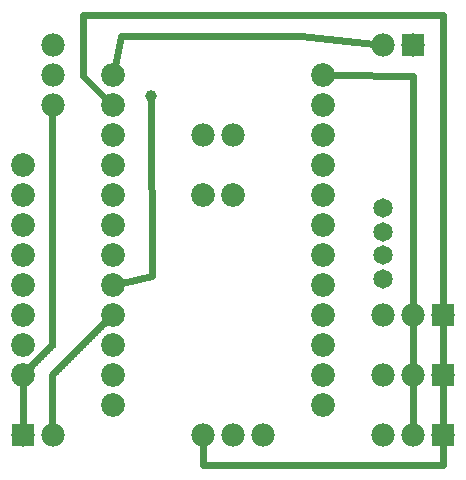
<source format=gbl>
G04 MADE WITH FRITZING*
G04 WWW.FRITZING.ORG*
G04 DOUBLE SIDED*
G04 HOLES PLATED*
G04 CONTOUR ON CENTER OF CONTOUR VECTOR*
%ASAXBY*%
%FSLAX23Y23*%
%MOIN*%
%OFA0B0*%
%SFA1.0B1.0*%
%ADD10C,0.079370*%
%ADD11C,0.078000*%
%ADD12C,0.065000*%
%ADD13C,0.039370*%
%ADD14R,0.078000X0.078000*%
%ADD15C,0.024000*%
%ADD16R,0.001000X0.001000*%
%LNCOPPER0*%
G90*
G70*
G54D10*
X411Y1337D03*
X411Y1237D03*
X411Y1137D03*
X411Y1037D03*
X411Y937D03*
X411Y837D03*
X411Y737D03*
X411Y637D03*
X411Y537D03*
X411Y437D03*
X411Y337D03*
X411Y237D03*
X1111Y1337D03*
X1111Y1237D03*
X1111Y1137D03*
X1111Y1037D03*
X1111Y937D03*
X1111Y837D03*
X1111Y737D03*
X1111Y637D03*
X1111Y537D03*
X1111Y437D03*
X1111Y337D03*
X1111Y237D03*
G54D11*
X111Y137D03*
X211Y137D03*
X211Y1237D03*
X211Y1337D03*
X211Y1437D03*
G54D10*
X111Y337D03*
X111Y437D03*
X111Y537D03*
X111Y637D03*
X111Y737D03*
X111Y837D03*
X111Y937D03*
X111Y1037D03*
G54D11*
X1511Y137D03*
X1411Y137D03*
X1311Y137D03*
X1511Y337D03*
X1411Y337D03*
X1311Y337D03*
X1511Y537D03*
X1411Y537D03*
X1311Y537D03*
X711Y137D03*
X811Y137D03*
X911Y137D03*
G54D12*
X1311Y658D03*
X1311Y737D03*
X1311Y816D03*
X1311Y894D03*
G54D11*
X711Y1137D03*
X811Y1137D03*
X711Y1137D03*
X811Y1137D03*
G54D10*
X711Y937D03*
X811Y937D03*
X711Y937D03*
X811Y937D03*
G54D11*
X1411Y1437D03*
X1311Y1437D03*
G54D13*
X539Y1268D03*
G54D14*
X111Y137D03*
X1511Y137D03*
X1511Y337D03*
X1511Y537D03*
X1411Y1437D03*
G54D15*
X1039Y1468D02*
X1281Y1440D01*
D02*
X439Y1468D02*
X1039Y1468D01*
D02*
X418Y1367D02*
X439Y1468D01*
D02*
X312Y1537D02*
X1511Y1537D01*
D02*
X312Y1336D02*
X312Y1537D01*
D02*
X1511Y1537D02*
X1511Y567D01*
D02*
X389Y1259D02*
X312Y1336D01*
D02*
X1412Y1336D02*
X1411Y567D01*
D02*
X1142Y1337D02*
X1412Y1336D01*
D02*
X1511Y38D02*
X712Y38D01*
D02*
X712Y38D02*
X711Y107D01*
D02*
X1511Y107D02*
X1511Y38D01*
D02*
X111Y167D02*
X111Y306D01*
D02*
X1411Y367D02*
X1411Y507D01*
D02*
X1411Y167D02*
X1411Y307D01*
D02*
X1511Y507D02*
X1511Y367D01*
D02*
X1511Y307D02*
X1511Y167D01*
D02*
X539Y1249D02*
X540Y668D01*
D02*
X540Y668D02*
X441Y644D01*
G54D16*
X207Y1249D02*
X214Y1249D01*
X205Y1248D02*
X216Y1248D01*
X203Y1247D02*
X218Y1247D01*
X202Y1246D02*
X219Y1246D01*
X201Y1245D02*
X220Y1245D01*
X201Y1244D02*
X220Y1244D01*
X200Y1243D02*
X221Y1243D01*
X200Y1242D02*
X221Y1242D01*
X199Y1241D02*
X222Y1241D01*
X199Y1240D02*
X222Y1240D01*
X199Y1239D02*
X222Y1239D01*
X199Y1238D02*
X222Y1238D01*
X199Y1237D02*
X222Y1237D01*
X199Y1236D02*
X222Y1236D01*
X199Y1235D02*
X222Y1235D01*
X199Y1234D02*
X222Y1234D01*
X199Y1233D02*
X222Y1233D01*
X199Y1232D02*
X222Y1232D01*
X199Y1231D02*
X222Y1231D01*
X199Y1230D02*
X222Y1230D01*
X199Y1229D02*
X222Y1229D01*
X199Y1228D02*
X222Y1228D01*
X199Y1227D02*
X222Y1227D01*
X199Y1226D02*
X222Y1226D01*
X199Y1225D02*
X222Y1225D01*
X199Y1224D02*
X222Y1224D01*
X199Y1223D02*
X222Y1223D01*
X199Y1222D02*
X222Y1222D01*
X199Y1221D02*
X222Y1221D01*
X199Y1220D02*
X222Y1220D01*
X199Y1219D02*
X222Y1219D01*
X199Y1218D02*
X222Y1218D01*
X199Y1217D02*
X222Y1217D01*
X199Y1216D02*
X222Y1216D01*
X199Y1215D02*
X222Y1215D01*
X199Y1214D02*
X222Y1214D01*
X199Y1213D02*
X222Y1213D01*
X199Y1212D02*
X222Y1212D01*
X199Y1211D02*
X222Y1211D01*
X199Y1210D02*
X222Y1210D01*
X199Y1209D02*
X222Y1209D01*
X199Y1208D02*
X222Y1208D01*
X199Y1207D02*
X222Y1207D01*
X199Y1206D02*
X222Y1206D01*
X199Y1205D02*
X222Y1205D01*
X199Y1204D02*
X222Y1204D01*
X199Y1203D02*
X222Y1203D01*
X199Y1202D02*
X222Y1202D01*
X199Y1201D02*
X222Y1201D01*
X199Y1200D02*
X222Y1200D01*
X199Y1199D02*
X222Y1199D01*
X199Y1198D02*
X222Y1198D01*
X199Y1197D02*
X222Y1197D01*
X199Y1196D02*
X222Y1196D01*
X199Y1195D02*
X222Y1195D01*
X199Y1194D02*
X222Y1194D01*
X199Y1193D02*
X222Y1193D01*
X199Y1192D02*
X222Y1192D01*
X199Y1191D02*
X222Y1191D01*
X199Y1190D02*
X222Y1190D01*
X199Y1189D02*
X222Y1189D01*
X199Y1188D02*
X222Y1188D01*
X199Y1187D02*
X222Y1187D01*
X199Y1186D02*
X222Y1186D01*
X199Y1185D02*
X222Y1185D01*
X199Y1184D02*
X222Y1184D01*
X199Y1183D02*
X222Y1183D01*
X199Y1182D02*
X222Y1182D01*
X199Y1181D02*
X222Y1181D01*
X199Y1180D02*
X222Y1180D01*
X199Y1179D02*
X222Y1179D01*
X199Y1178D02*
X222Y1178D01*
X199Y1177D02*
X222Y1177D01*
X199Y1176D02*
X222Y1176D01*
X199Y1175D02*
X222Y1175D01*
X199Y1174D02*
X222Y1174D01*
X199Y1173D02*
X222Y1173D01*
X199Y1172D02*
X222Y1172D01*
X199Y1171D02*
X222Y1171D01*
X199Y1170D02*
X222Y1170D01*
X199Y1169D02*
X222Y1169D01*
X199Y1168D02*
X222Y1168D01*
X199Y1167D02*
X222Y1167D01*
X199Y1166D02*
X222Y1166D01*
X199Y1165D02*
X222Y1165D01*
X199Y1164D02*
X222Y1164D01*
X199Y1163D02*
X222Y1163D01*
X199Y1162D02*
X222Y1162D01*
X199Y1161D02*
X222Y1161D01*
X199Y1160D02*
X222Y1160D01*
X199Y1159D02*
X222Y1159D01*
X199Y1158D02*
X222Y1158D01*
X199Y1157D02*
X222Y1157D01*
X199Y1156D02*
X222Y1156D01*
X199Y1155D02*
X222Y1155D01*
X199Y1154D02*
X222Y1154D01*
X199Y1153D02*
X222Y1153D01*
X199Y1152D02*
X222Y1152D01*
X199Y1151D02*
X222Y1151D01*
X199Y1150D02*
X222Y1150D01*
X199Y1149D02*
X222Y1149D01*
X199Y1148D02*
X222Y1148D01*
X199Y1147D02*
X222Y1147D01*
X199Y1146D02*
X222Y1146D01*
X199Y1145D02*
X222Y1145D01*
X199Y1144D02*
X222Y1144D01*
X199Y1143D02*
X222Y1143D01*
X199Y1142D02*
X222Y1142D01*
X199Y1141D02*
X222Y1141D01*
X199Y1140D02*
X222Y1140D01*
X199Y1139D02*
X222Y1139D01*
X199Y1138D02*
X222Y1138D01*
X199Y1137D02*
X222Y1137D01*
X199Y1136D02*
X222Y1136D01*
X199Y1135D02*
X222Y1135D01*
X199Y1134D02*
X222Y1134D01*
X199Y1133D02*
X222Y1133D01*
X199Y1132D02*
X222Y1132D01*
X199Y1131D02*
X222Y1131D01*
X199Y1130D02*
X222Y1130D01*
X199Y1129D02*
X222Y1129D01*
X199Y1128D02*
X222Y1128D01*
X199Y1127D02*
X222Y1127D01*
X199Y1126D02*
X222Y1126D01*
X199Y1125D02*
X222Y1125D01*
X199Y1124D02*
X222Y1124D01*
X199Y1123D02*
X222Y1123D01*
X199Y1122D02*
X222Y1122D01*
X199Y1121D02*
X222Y1121D01*
X199Y1120D02*
X222Y1120D01*
X199Y1119D02*
X222Y1119D01*
X199Y1118D02*
X222Y1118D01*
X199Y1117D02*
X222Y1117D01*
X199Y1116D02*
X222Y1116D01*
X199Y1115D02*
X222Y1115D01*
X199Y1114D02*
X222Y1114D01*
X199Y1113D02*
X222Y1113D01*
X199Y1112D02*
X222Y1112D01*
X199Y1111D02*
X222Y1111D01*
X199Y1110D02*
X222Y1110D01*
X199Y1109D02*
X222Y1109D01*
X199Y1108D02*
X222Y1108D01*
X199Y1107D02*
X222Y1107D01*
X199Y1106D02*
X222Y1106D01*
X199Y1105D02*
X222Y1105D01*
X199Y1104D02*
X222Y1104D01*
X199Y1103D02*
X222Y1103D01*
X199Y1102D02*
X222Y1102D01*
X199Y1101D02*
X222Y1101D01*
X199Y1100D02*
X222Y1100D01*
X199Y1099D02*
X222Y1099D01*
X199Y1098D02*
X222Y1098D01*
X199Y1097D02*
X222Y1097D01*
X199Y1096D02*
X222Y1096D01*
X199Y1095D02*
X222Y1095D01*
X199Y1094D02*
X222Y1094D01*
X199Y1093D02*
X222Y1093D01*
X199Y1092D02*
X222Y1092D01*
X199Y1091D02*
X222Y1091D01*
X199Y1090D02*
X222Y1090D01*
X199Y1089D02*
X222Y1089D01*
X199Y1088D02*
X222Y1088D01*
X199Y1087D02*
X222Y1087D01*
X199Y1086D02*
X222Y1086D01*
X199Y1085D02*
X222Y1085D01*
X199Y1084D02*
X222Y1084D01*
X199Y1083D02*
X222Y1083D01*
X199Y1082D02*
X222Y1082D01*
X199Y1081D02*
X222Y1081D01*
X199Y1080D02*
X222Y1080D01*
X199Y1079D02*
X222Y1079D01*
X199Y1078D02*
X222Y1078D01*
X199Y1077D02*
X222Y1077D01*
X199Y1076D02*
X222Y1076D01*
X199Y1075D02*
X222Y1075D01*
X199Y1074D02*
X222Y1074D01*
X199Y1073D02*
X222Y1073D01*
X199Y1072D02*
X222Y1072D01*
X199Y1071D02*
X222Y1071D01*
X199Y1070D02*
X222Y1070D01*
X199Y1069D02*
X222Y1069D01*
X199Y1068D02*
X222Y1068D01*
X199Y1067D02*
X222Y1067D01*
X199Y1066D02*
X222Y1066D01*
X199Y1065D02*
X222Y1065D01*
X199Y1064D02*
X222Y1064D01*
X199Y1063D02*
X222Y1063D01*
X199Y1062D02*
X222Y1062D01*
X199Y1061D02*
X222Y1061D01*
X199Y1060D02*
X222Y1060D01*
X199Y1059D02*
X222Y1059D01*
X199Y1058D02*
X222Y1058D01*
X199Y1057D02*
X222Y1057D01*
X199Y1056D02*
X222Y1056D01*
X199Y1055D02*
X222Y1055D01*
X199Y1054D02*
X222Y1054D01*
X199Y1053D02*
X222Y1053D01*
X199Y1052D02*
X222Y1052D01*
X199Y1051D02*
X222Y1051D01*
X199Y1050D02*
X222Y1050D01*
X199Y1049D02*
X222Y1049D01*
X199Y1048D02*
X222Y1048D01*
X199Y1047D02*
X222Y1047D01*
X199Y1046D02*
X222Y1046D01*
X199Y1045D02*
X222Y1045D01*
X199Y1044D02*
X222Y1044D01*
X199Y1043D02*
X222Y1043D01*
X199Y1042D02*
X222Y1042D01*
X199Y1041D02*
X222Y1041D01*
X199Y1040D02*
X222Y1040D01*
X199Y1039D02*
X222Y1039D01*
X199Y1038D02*
X222Y1038D01*
X199Y1037D02*
X222Y1037D01*
X199Y1036D02*
X222Y1036D01*
X199Y1035D02*
X222Y1035D01*
X199Y1034D02*
X222Y1034D01*
X199Y1033D02*
X222Y1033D01*
X199Y1032D02*
X222Y1032D01*
X199Y1031D02*
X222Y1031D01*
X199Y1030D02*
X222Y1030D01*
X199Y1029D02*
X222Y1029D01*
X199Y1028D02*
X222Y1028D01*
X199Y1027D02*
X222Y1027D01*
X199Y1026D02*
X222Y1026D01*
X199Y1025D02*
X222Y1025D01*
X199Y1024D02*
X222Y1024D01*
X199Y1023D02*
X222Y1023D01*
X199Y1022D02*
X222Y1022D01*
X199Y1021D02*
X222Y1021D01*
X199Y1020D02*
X222Y1020D01*
X199Y1019D02*
X222Y1019D01*
X199Y1018D02*
X222Y1018D01*
X199Y1017D02*
X222Y1017D01*
X199Y1016D02*
X222Y1016D01*
X199Y1015D02*
X222Y1015D01*
X199Y1014D02*
X222Y1014D01*
X199Y1013D02*
X222Y1013D01*
X199Y1012D02*
X222Y1012D01*
X199Y1011D02*
X222Y1011D01*
X199Y1010D02*
X222Y1010D01*
X199Y1009D02*
X222Y1009D01*
X199Y1008D02*
X222Y1008D01*
X199Y1007D02*
X222Y1007D01*
X199Y1006D02*
X222Y1006D01*
X199Y1005D02*
X222Y1005D01*
X199Y1004D02*
X222Y1004D01*
X199Y1003D02*
X222Y1003D01*
X199Y1002D02*
X222Y1002D01*
X199Y1001D02*
X222Y1001D01*
X199Y1000D02*
X222Y1000D01*
X199Y999D02*
X222Y999D01*
X199Y998D02*
X222Y998D01*
X199Y997D02*
X222Y997D01*
X199Y996D02*
X222Y996D01*
X199Y995D02*
X222Y995D01*
X199Y994D02*
X222Y994D01*
X199Y993D02*
X222Y993D01*
X199Y992D02*
X222Y992D01*
X199Y991D02*
X222Y991D01*
X199Y990D02*
X222Y990D01*
X199Y989D02*
X222Y989D01*
X199Y988D02*
X222Y988D01*
X199Y987D02*
X222Y987D01*
X199Y986D02*
X222Y986D01*
X199Y985D02*
X222Y985D01*
X199Y984D02*
X222Y984D01*
X199Y983D02*
X222Y983D01*
X199Y982D02*
X222Y982D01*
X199Y981D02*
X222Y981D01*
X199Y980D02*
X222Y980D01*
X199Y979D02*
X222Y979D01*
X199Y978D02*
X222Y978D01*
X199Y977D02*
X222Y977D01*
X199Y976D02*
X222Y976D01*
X199Y975D02*
X222Y975D01*
X199Y974D02*
X222Y974D01*
X199Y973D02*
X222Y973D01*
X199Y972D02*
X222Y972D01*
X199Y971D02*
X222Y971D01*
X199Y970D02*
X222Y970D01*
X199Y969D02*
X222Y969D01*
X199Y968D02*
X222Y968D01*
X199Y967D02*
X222Y967D01*
X199Y966D02*
X222Y966D01*
X199Y965D02*
X222Y965D01*
X199Y964D02*
X222Y964D01*
X199Y963D02*
X222Y963D01*
X199Y962D02*
X222Y962D01*
X199Y961D02*
X222Y961D01*
X199Y960D02*
X222Y960D01*
X199Y959D02*
X222Y959D01*
X199Y958D02*
X222Y958D01*
X199Y957D02*
X222Y957D01*
X199Y956D02*
X222Y956D01*
X199Y955D02*
X222Y955D01*
X199Y954D02*
X222Y954D01*
X199Y953D02*
X222Y953D01*
X199Y952D02*
X222Y952D01*
X199Y951D02*
X222Y951D01*
X199Y950D02*
X222Y950D01*
X199Y949D02*
X222Y949D01*
X199Y948D02*
X222Y948D01*
X199Y947D02*
X222Y947D01*
X199Y946D02*
X222Y946D01*
X199Y945D02*
X222Y945D01*
X199Y944D02*
X222Y944D01*
X199Y943D02*
X222Y943D01*
X199Y942D02*
X222Y942D01*
X199Y941D02*
X222Y941D01*
X199Y940D02*
X222Y940D01*
X199Y939D02*
X222Y939D01*
X199Y938D02*
X222Y938D01*
X199Y937D02*
X222Y937D01*
X199Y936D02*
X222Y936D01*
X199Y935D02*
X222Y935D01*
X199Y934D02*
X222Y934D01*
X199Y933D02*
X222Y933D01*
X199Y932D02*
X222Y932D01*
X199Y931D02*
X222Y931D01*
X199Y930D02*
X222Y930D01*
X199Y929D02*
X222Y929D01*
X199Y928D02*
X222Y928D01*
X199Y927D02*
X222Y927D01*
X199Y926D02*
X222Y926D01*
X199Y925D02*
X222Y925D01*
X199Y924D02*
X222Y924D01*
X199Y923D02*
X222Y923D01*
X199Y922D02*
X222Y922D01*
X199Y921D02*
X222Y921D01*
X199Y920D02*
X222Y920D01*
X199Y919D02*
X222Y919D01*
X199Y918D02*
X222Y918D01*
X199Y917D02*
X222Y917D01*
X199Y916D02*
X222Y916D01*
X199Y915D02*
X222Y915D01*
X199Y914D02*
X222Y914D01*
X199Y913D02*
X222Y913D01*
X199Y912D02*
X222Y912D01*
X199Y911D02*
X222Y911D01*
X199Y910D02*
X222Y910D01*
X199Y909D02*
X222Y909D01*
X199Y908D02*
X222Y908D01*
X199Y907D02*
X222Y907D01*
X199Y906D02*
X222Y906D01*
X199Y905D02*
X222Y905D01*
X199Y904D02*
X222Y904D01*
X199Y903D02*
X222Y903D01*
X199Y902D02*
X222Y902D01*
X199Y901D02*
X222Y901D01*
X199Y900D02*
X222Y900D01*
X199Y899D02*
X222Y899D01*
X199Y898D02*
X222Y898D01*
X199Y897D02*
X222Y897D01*
X199Y896D02*
X222Y896D01*
X199Y895D02*
X222Y895D01*
X199Y894D02*
X222Y894D01*
X199Y893D02*
X222Y893D01*
X199Y892D02*
X222Y892D01*
X199Y891D02*
X222Y891D01*
X199Y890D02*
X222Y890D01*
X199Y889D02*
X222Y889D01*
X199Y888D02*
X222Y888D01*
X199Y887D02*
X222Y887D01*
X199Y886D02*
X222Y886D01*
X199Y885D02*
X222Y885D01*
X199Y884D02*
X222Y884D01*
X199Y883D02*
X222Y883D01*
X199Y882D02*
X222Y882D01*
X199Y881D02*
X222Y881D01*
X199Y880D02*
X222Y880D01*
X199Y879D02*
X222Y879D01*
X199Y878D02*
X222Y878D01*
X199Y877D02*
X222Y877D01*
X199Y876D02*
X222Y876D01*
X199Y875D02*
X222Y875D01*
X199Y874D02*
X222Y874D01*
X199Y873D02*
X222Y873D01*
X199Y872D02*
X222Y872D01*
X199Y871D02*
X222Y871D01*
X199Y870D02*
X222Y870D01*
X199Y869D02*
X222Y869D01*
X199Y868D02*
X222Y868D01*
X199Y867D02*
X222Y867D01*
X199Y866D02*
X222Y866D01*
X199Y865D02*
X222Y865D01*
X199Y864D02*
X222Y864D01*
X199Y863D02*
X222Y863D01*
X199Y862D02*
X222Y862D01*
X199Y861D02*
X222Y861D01*
X199Y860D02*
X222Y860D01*
X199Y859D02*
X222Y859D01*
X199Y858D02*
X222Y858D01*
X199Y857D02*
X222Y857D01*
X199Y856D02*
X222Y856D01*
X199Y855D02*
X222Y855D01*
X199Y854D02*
X222Y854D01*
X199Y853D02*
X222Y853D01*
X199Y852D02*
X222Y852D01*
X199Y851D02*
X222Y851D01*
X199Y850D02*
X222Y850D01*
X199Y849D02*
X222Y849D01*
X199Y848D02*
X222Y848D01*
X199Y847D02*
X222Y847D01*
X199Y846D02*
X222Y846D01*
X199Y845D02*
X222Y845D01*
X199Y844D02*
X222Y844D01*
X199Y843D02*
X222Y843D01*
X199Y842D02*
X222Y842D01*
X199Y841D02*
X222Y841D01*
X199Y840D02*
X222Y840D01*
X199Y839D02*
X222Y839D01*
X199Y838D02*
X222Y838D01*
X199Y837D02*
X222Y837D01*
X199Y836D02*
X222Y836D01*
X199Y835D02*
X222Y835D01*
X199Y834D02*
X222Y834D01*
X199Y833D02*
X222Y833D01*
X199Y832D02*
X222Y832D01*
X199Y831D02*
X222Y831D01*
X199Y830D02*
X222Y830D01*
X199Y829D02*
X222Y829D01*
X199Y828D02*
X222Y828D01*
X199Y827D02*
X222Y827D01*
X199Y826D02*
X222Y826D01*
X199Y825D02*
X222Y825D01*
X199Y824D02*
X222Y824D01*
X199Y823D02*
X222Y823D01*
X199Y822D02*
X222Y822D01*
X199Y821D02*
X222Y821D01*
X199Y820D02*
X222Y820D01*
X199Y819D02*
X222Y819D01*
X199Y818D02*
X222Y818D01*
X199Y817D02*
X222Y817D01*
X199Y816D02*
X222Y816D01*
X199Y815D02*
X222Y815D01*
X199Y814D02*
X222Y814D01*
X199Y813D02*
X222Y813D01*
X199Y812D02*
X222Y812D01*
X199Y811D02*
X222Y811D01*
X199Y810D02*
X222Y810D01*
X199Y809D02*
X222Y809D01*
X199Y808D02*
X222Y808D01*
X199Y807D02*
X222Y807D01*
X199Y806D02*
X222Y806D01*
X199Y805D02*
X222Y805D01*
X199Y804D02*
X222Y804D01*
X199Y803D02*
X222Y803D01*
X199Y802D02*
X222Y802D01*
X199Y801D02*
X222Y801D01*
X199Y800D02*
X222Y800D01*
X199Y799D02*
X222Y799D01*
X199Y798D02*
X222Y798D01*
X199Y797D02*
X222Y797D01*
X199Y796D02*
X222Y796D01*
X199Y795D02*
X222Y795D01*
X199Y794D02*
X222Y794D01*
X199Y793D02*
X222Y793D01*
X199Y792D02*
X222Y792D01*
X199Y791D02*
X222Y791D01*
X199Y790D02*
X222Y790D01*
X199Y789D02*
X222Y789D01*
X199Y788D02*
X222Y788D01*
X199Y787D02*
X222Y787D01*
X199Y786D02*
X222Y786D01*
X199Y785D02*
X222Y785D01*
X199Y784D02*
X222Y784D01*
X199Y783D02*
X222Y783D01*
X199Y782D02*
X222Y782D01*
X199Y781D02*
X222Y781D01*
X199Y780D02*
X222Y780D01*
X199Y779D02*
X222Y779D01*
X199Y778D02*
X222Y778D01*
X199Y777D02*
X222Y777D01*
X199Y776D02*
X222Y776D01*
X199Y775D02*
X222Y775D01*
X199Y774D02*
X222Y774D01*
X199Y773D02*
X222Y773D01*
X199Y772D02*
X222Y772D01*
X199Y771D02*
X222Y771D01*
X199Y770D02*
X222Y770D01*
X199Y769D02*
X222Y769D01*
X199Y768D02*
X222Y768D01*
X199Y767D02*
X222Y767D01*
X199Y766D02*
X222Y766D01*
X199Y765D02*
X222Y765D01*
X199Y764D02*
X222Y764D01*
X199Y763D02*
X222Y763D01*
X199Y762D02*
X222Y762D01*
X199Y761D02*
X222Y761D01*
X199Y760D02*
X222Y760D01*
X199Y759D02*
X222Y759D01*
X199Y758D02*
X222Y758D01*
X199Y757D02*
X222Y757D01*
X199Y756D02*
X222Y756D01*
X199Y755D02*
X222Y755D01*
X199Y754D02*
X222Y754D01*
X199Y753D02*
X222Y753D01*
X199Y752D02*
X222Y752D01*
X199Y751D02*
X222Y751D01*
X199Y750D02*
X222Y750D01*
X199Y749D02*
X222Y749D01*
X199Y748D02*
X222Y748D01*
X199Y747D02*
X222Y747D01*
X199Y746D02*
X222Y746D01*
X199Y745D02*
X222Y745D01*
X199Y744D02*
X222Y744D01*
X199Y743D02*
X222Y743D01*
X199Y742D02*
X222Y742D01*
X199Y741D02*
X222Y741D01*
X199Y740D02*
X222Y740D01*
X199Y739D02*
X222Y739D01*
X199Y738D02*
X222Y738D01*
X199Y737D02*
X222Y737D01*
X199Y736D02*
X222Y736D01*
X199Y735D02*
X222Y735D01*
X199Y734D02*
X222Y734D01*
X199Y733D02*
X222Y733D01*
X199Y732D02*
X222Y732D01*
X199Y731D02*
X222Y731D01*
X199Y730D02*
X222Y730D01*
X199Y729D02*
X222Y729D01*
X199Y728D02*
X222Y728D01*
X199Y727D02*
X222Y727D01*
X199Y726D02*
X222Y726D01*
X199Y725D02*
X222Y725D01*
X199Y724D02*
X222Y724D01*
X199Y723D02*
X222Y723D01*
X199Y722D02*
X222Y722D01*
X199Y721D02*
X222Y721D01*
X199Y720D02*
X222Y720D01*
X199Y719D02*
X222Y719D01*
X199Y718D02*
X222Y718D01*
X199Y717D02*
X222Y717D01*
X199Y716D02*
X222Y716D01*
X199Y715D02*
X222Y715D01*
X199Y714D02*
X222Y714D01*
X199Y713D02*
X222Y713D01*
X199Y712D02*
X222Y712D01*
X199Y711D02*
X222Y711D01*
X199Y710D02*
X222Y710D01*
X199Y709D02*
X222Y709D01*
X199Y708D02*
X222Y708D01*
X199Y707D02*
X222Y707D01*
X199Y706D02*
X222Y706D01*
X199Y705D02*
X222Y705D01*
X199Y704D02*
X222Y704D01*
X199Y703D02*
X222Y703D01*
X199Y702D02*
X222Y702D01*
X199Y701D02*
X222Y701D01*
X199Y700D02*
X222Y700D01*
X199Y699D02*
X222Y699D01*
X199Y698D02*
X222Y698D01*
X199Y697D02*
X222Y697D01*
X199Y696D02*
X222Y696D01*
X199Y695D02*
X222Y695D01*
X199Y694D02*
X222Y694D01*
X199Y693D02*
X222Y693D01*
X199Y692D02*
X222Y692D01*
X199Y691D02*
X222Y691D01*
X199Y690D02*
X222Y690D01*
X199Y689D02*
X222Y689D01*
X199Y688D02*
X222Y688D01*
X199Y687D02*
X222Y687D01*
X199Y686D02*
X222Y686D01*
X199Y685D02*
X222Y685D01*
X199Y684D02*
X222Y684D01*
X199Y683D02*
X222Y683D01*
X199Y682D02*
X222Y682D01*
X199Y681D02*
X222Y681D01*
X199Y680D02*
X222Y680D01*
X199Y679D02*
X222Y679D01*
X199Y678D02*
X222Y678D01*
X199Y677D02*
X222Y677D01*
X199Y676D02*
X222Y676D01*
X199Y675D02*
X222Y675D01*
X199Y674D02*
X222Y674D01*
X199Y673D02*
X222Y673D01*
X199Y672D02*
X222Y672D01*
X199Y671D02*
X222Y671D01*
X199Y670D02*
X222Y670D01*
X199Y669D02*
X222Y669D01*
X199Y668D02*
X222Y668D01*
X199Y667D02*
X222Y667D01*
X199Y666D02*
X222Y666D01*
X199Y665D02*
X222Y665D01*
X199Y664D02*
X222Y664D01*
X199Y663D02*
X222Y663D01*
X199Y662D02*
X222Y662D01*
X199Y661D02*
X222Y661D01*
X199Y660D02*
X222Y660D01*
X199Y659D02*
X222Y659D01*
X199Y658D02*
X222Y658D01*
X199Y657D02*
X222Y657D01*
X199Y656D02*
X222Y656D01*
X199Y655D02*
X222Y655D01*
X199Y654D02*
X222Y654D01*
X199Y653D02*
X222Y653D01*
X199Y652D02*
X222Y652D01*
X199Y651D02*
X222Y651D01*
X199Y650D02*
X222Y650D01*
X199Y649D02*
X222Y649D01*
X199Y648D02*
X222Y648D01*
X199Y647D02*
X222Y647D01*
X199Y646D02*
X222Y646D01*
X199Y645D02*
X222Y645D01*
X199Y644D02*
X222Y644D01*
X199Y643D02*
X222Y643D01*
X199Y642D02*
X222Y642D01*
X199Y641D02*
X222Y641D01*
X199Y640D02*
X222Y640D01*
X199Y639D02*
X222Y639D01*
X199Y638D02*
X222Y638D01*
X199Y637D02*
X222Y637D01*
X199Y636D02*
X222Y636D01*
X199Y635D02*
X222Y635D01*
X199Y634D02*
X222Y634D01*
X199Y633D02*
X222Y633D01*
X199Y632D02*
X222Y632D01*
X199Y631D02*
X222Y631D01*
X199Y630D02*
X222Y630D01*
X199Y629D02*
X222Y629D01*
X199Y628D02*
X222Y628D01*
X199Y627D02*
X222Y627D01*
X199Y626D02*
X222Y626D01*
X199Y625D02*
X222Y625D01*
X199Y624D02*
X222Y624D01*
X199Y623D02*
X222Y623D01*
X199Y622D02*
X222Y622D01*
X199Y621D02*
X222Y621D01*
X199Y620D02*
X222Y620D01*
X199Y619D02*
X222Y619D01*
X199Y618D02*
X222Y618D01*
X199Y617D02*
X222Y617D01*
X199Y616D02*
X222Y616D01*
X199Y615D02*
X222Y615D01*
X199Y614D02*
X222Y614D01*
X199Y613D02*
X222Y613D01*
X199Y612D02*
X222Y612D01*
X199Y611D02*
X222Y611D01*
X199Y610D02*
X222Y610D01*
X199Y609D02*
X222Y609D01*
X199Y608D02*
X222Y608D01*
X199Y607D02*
X222Y607D01*
X199Y606D02*
X222Y606D01*
X199Y605D02*
X222Y605D01*
X199Y604D02*
X222Y604D01*
X199Y603D02*
X222Y603D01*
X199Y602D02*
X222Y602D01*
X199Y601D02*
X222Y601D01*
X199Y600D02*
X222Y600D01*
X199Y599D02*
X222Y599D01*
X199Y598D02*
X222Y598D01*
X199Y597D02*
X222Y597D01*
X199Y596D02*
X222Y596D01*
X199Y595D02*
X222Y595D01*
X199Y594D02*
X222Y594D01*
X199Y593D02*
X222Y593D01*
X199Y592D02*
X222Y592D01*
X199Y591D02*
X222Y591D01*
X199Y590D02*
X222Y590D01*
X199Y589D02*
X222Y589D01*
X199Y588D02*
X222Y588D01*
X199Y587D02*
X222Y587D01*
X199Y586D02*
X222Y586D01*
X199Y585D02*
X222Y585D01*
X199Y584D02*
X222Y584D01*
X199Y583D02*
X222Y583D01*
X199Y582D02*
X222Y582D01*
X199Y581D02*
X222Y581D01*
X199Y580D02*
X222Y580D01*
X199Y579D02*
X222Y579D01*
X199Y578D02*
X222Y578D01*
X199Y577D02*
X222Y577D01*
X199Y576D02*
X222Y576D01*
X199Y575D02*
X222Y575D01*
X199Y574D02*
X222Y574D01*
X199Y573D02*
X222Y573D01*
X199Y572D02*
X222Y572D01*
X199Y571D02*
X222Y571D01*
X199Y570D02*
X222Y570D01*
X199Y569D02*
X222Y569D01*
X199Y568D02*
X222Y568D01*
X199Y567D02*
X222Y567D01*
X199Y566D02*
X222Y566D01*
X199Y565D02*
X222Y565D01*
X199Y564D02*
X222Y564D01*
X199Y563D02*
X222Y563D01*
X199Y562D02*
X222Y562D01*
X199Y561D02*
X222Y561D01*
X199Y560D02*
X222Y560D01*
X199Y559D02*
X222Y559D01*
X199Y558D02*
X222Y558D01*
X199Y557D02*
X222Y557D01*
X199Y556D02*
X222Y556D01*
X199Y555D02*
X222Y555D01*
X199Y554D02*
X222Y554D01*
X199Y553D02*
X222Y553D01*
X199Y552D02*
X222Y552D01*
X199Y551D02*
X222Y551D01*
X199Y550D02*
X222Y550D01*
X409Y550D02*
X412Y550D01*
X199Y549D02*
X222Y549D01*
X406Y549D02*
X415Y549D01*
X199Y548D02*
X222Y548D01*
X404Y548D02*
X417Y548D01*
X199Y547D02*
X222Y547D01*
X403Y547D02*
X418Y547D01*
X199Y546D02*
X222Y546D01*
X402Y546D02*
X419Y546D01*
X199Y545D02*
X222Y545D01*
X401Y545D02*
X420Y545D01*
X199Y544D02*
X222Y544D01*
X400Y544D02*
X420Y544D01*
X199Y543D02*
X222Y543D01*
X399Y543D02*
X421Y543D01*
X199Y542D02*
X222Y542D01*
X398Y542D02*
X421Y542D01*
X199Y541D02*
X222Y541D01*
X397Y541D02*
X422Y541D01*
X199Y540D02*
X222Y540D01*
X396Y540D02*
X422Y540D01*
X199Y539D02*
X222Y539D01*
X395Y539D02*
X422Y539D01*
X199Y538D02*
X222Y538D01*
X394Y538D02*
X422Y538D01*
X199Y537D02*
X222Y537D01*
X393Y537D02*
X422Y537D01*
X199Y536D02*
X222Y536D01*
X392Y536D02*
X422Y536D01*
X199Y535D02*
X222Y535D01*
X391Y535D02*
X421Y535D01*
X199Y534D02*
X222Y534D01*
X390Y534D02*
X421Y534D01*
X199Y533D02*
X222Y533D01*
X389Y533D02*
X421Y533D01*
X199Y532D02*
X222Y532D01*
X388Y532D02*
X420Y532D01*
X199Y531D02*
X222Y531D01*
X387Y531D02*
X419Y531D01*
X199Y530D02*
X222Y530D01*
X386Y530D02*
X419Y530D01*
X199Y529D02*
X222Y529D01*
X385Y529D02*
X418Y529D01*
X199Y528D02*
X222Y528D01*
X384Y528D02*
X417Y528D01*
X199Y527D02*
X222Y527D01*
X383Y527D02*
X416Y527D01*
X199Y526D02*
X222Y526D01*
X382Y526D02*
X415Y526D01*
X199Y525D02*
X222Y525D01*
X381Y525D02*
X414Y525D01*
X199Y524D02*
X222Y524D01*
X380Y524D02*
X413Y524D01*
X199Y523D02*
X222Y523D01*
X379Y523D02*
X412Y523D01*
X199Y522D02*
X222Y522D01*
X378Y522D02*
X411Y522D01*
X199Y521D02*
X222Y521D01*
X377Y521D02*
X410Y521D01*
X199Y520D02*
X222Y520D01*
X376Y520D02*
X409Y520D01*
X199Y519D02*
X222Y519D01*
X375Y519D02*
X408Y519D01*
X199Y518D02*
X222Y518D01*
X374Y518D02*
X407Y518D01*
X199Y517D02*
X222Y517D01*
X373Y517D02*
X406Y517D01*
X199Y516D02*
X222Y516D01*
X372Y516D02*
X405Y516D01*
X199Y515D02*
X222Y515D01*
X371Y515D02*
X404Y515D01*
X199Y514D02*
X222Y514D01*
X370Y514D02*
X403Y514D01*
X199Y513D02*
X222Y513D01*
X369Y513D02*
X402Y513D01*
X199Y512D02*
X222Y512D01*
X368Y512D02*
X401Y512D01*
X199Y511D02*
X222Y511D01*
X367Y511D02*
X400Y511D01*
X199Y510D02*
X222Y510D01*
X366Y510D02*
X399Y510D01*
X199Y509D02*
X222Y509D01*
X365Y509D02*
X398Y509D01*
X199Y508D02*
X222Y508D01*
X364Y508D02*
X397Y508D01*
X199Y507D02*
X222Y507D01*
X363Y507D02*
X396Y507D01*
X199Y506D02*
X222Y506D01*
X362Y506D02*
X395Y506D01*
X199Y505D02*
X222Y505D01*
X361Y505D02*
X394Y505D01*
X199Y504D02*
X222Y504D01*
X360Y504D02*
X393Y504D01*
X199Y503D02*
X222Y503D01*
X359Y503D02*
X392Y503D01*
X199Y502D02*
X222Y502D01*
X358Y502D02*
X391Y502D01*
X199Y501D02*
X222Y501D01*
X357Y501D02*
X390Y501D01*
X199Y500D02*
X222Y500D01*
X356Y500D02*
X389Y500D01*
X199Y499D02*
X222Y499D01*
X355Y499D02*
X388Y499D01*
X199Y498D02*
X222Y498D01*
X354Y498D02*
X387Y498D01*
X199Y497D02*
X222Y497D01*
X353Y497D02*
X386Y497D01*
X199Y496D02*
X222Y496D01*
X352Y496D02*
X385Y496D01*
X199Y495D02*
X222Y495D01*
X351Y495D02*
X384Y495D01*
X199Y494D02*
X222Y494D01*
X350Y494D02*
X383Y494D01*
X199Y493D02*
X222Y493D01*
X349Y493D02*
X382Y493D01*
X199Y492D02*
X222Y492D01*
X348Y492D02*
X381Y492D01*
X199Y491D02*
X222Y491D01*
X347Y491D02*
X380Y491D01*
X199Y490D02*
X222Y490D01*
X346Y490D02*
X379Y490D01*
X199Y489D02*
X222Y489D01*
X345Y489D02*
X378Y489D01*
X199Y488D02*
X222Y488D01*
X344Y488D02*
X377Y488D01*
X199Y487D02*
X222Y487D01*
X343Y487D02*
X376Y487D01*
X199Y486D02*
X222Y486D01*
X342Y486D02*
X375Y486D01*
X199Y485D02*
X222Y485D01*
X341Y485D02*
X374Y485D01*
X199Y484D02*
X222Y484D01*
X340Y484D02*
X373Y484D01*
X199Y483D02*
X222Y483D01*
X339Y483D02*
X372Y483D01*
X199Y482D02*
X222Y482D01*
X338Y482D02*
X371Y482D01*
X199Y481D02*
X222Y481D01*
X337Y481D02*
X370Y481D01*
X199Y480D02*
X222Y480D01*
X336Y480D02*
X369Y480D01*
X199Y479D02*
X222Y479D01*
X335Y479D02*
X368Y479D01*
X199Y478D02*
X222Y478D01*
X334Y478D02*
X367Y478D01*
X199Y477D02*
X222Y477D01*
X333Y477D02*
X366Y477D01*
X199Y476D02*
X222Y476D01*
X332Y476D02*
X365Y476D01*
X199Y475D02*
X222Y475D01*
X331Y475D02*
X364Y475D01*
X199Y474D02*
X222Y474D01*
X330Y474D02*
X363Y474D01*
X199Y473D02*
X222Y473D01*
X329Y473D02*
X362Y473D01*
X199Y472D02*
X222Y472D01*
X328Y472D02*
X361Y472D01*
X199Y471D02*
X222Y471D01*
X327Y471D02*
X360Y471D01*
X199Y470D02*
X222Y470D01*
X326Y470D02*
X359Y470D01*
X199Y469D02*
X222Y469D01*
X325Y469D02*
X358Y469D01*
X199Y468D02*
X222Y468D01*
X324Y468D02*
X357Y468D01*
X199Y467D02*
X222Y467D01*
X323Y467D02*
X356Y467D01*
X199Y466D02*
X222Y466D01*
X322Y466D02*
X355Y466D01*
X199Y465D02*
X222Y465D01*
X321Y465D02*
X354Y465D01*
X199Y464D02*
X222Y464D01*
X320Y464D02*
X353Y464D01*
X199Y463D02*
X222Y463D01*
X319Y463D02*
X352Y463D01*
X199Y462D02*
X222Y462D01*
X318Y462D02*
X351Y462D01*
X199Y461D02*
X222Y461D01*
X317Y461D02*
X350Y461D01*
X199Y460D02*
X222Y460D01*
X316Y460D02*
X349Y460D01*
X199Y459D02*
X222Y459D01*
X315Y459D02*
X348Y459D01*
X199Y458D02*
X222Y458D01*
X314Y458D02*
X347Y458D01*
X199Y457D02*
X222Y457D01*
X313Y457D02*
X346Y457D01*
X199Y456D02*
X222Y456D01*
X312Y456D02*
X345Y456D01*
X199Y455D02*
X222Y455D01*
X311Y455D02*
X344Y455D01*
X199Y454D02*
X222Y454D01*
X310Y454D02*
X343Y454D01*
X199Y453D02*
X222Y453D01*
X309Y453D02*
X342Y453D01*
X199Y452D02*
X222Y452D01*
X308Y452D02*
X341Y452D01*
X199Y451D02*
X222Y451D01*
X307Y451D02*
X340Y451D01*
X199Y450D02*
X222Y450D01*
X306Y450D02*
X339Y450D01*
X199Y449D02*
X222Y449D01*
X305Y449D02*
X338Y449D01*
X199Y448D02*
X222Y448D01*
X304Y448D02*
X337Y448D01*
X199Y447D02*
X222Y447D01*
X303Y447D02*
X336Y447D01*
X199Y446D02*
X222Y446D01*
X302Y446D02*
X335Y446D01*
X199Y445D02*
X222Y445D01*
X301Y445D02*
X334Y445D01*
X199Y444D02*
X222Y444D01*
X300Y444D02*
X333Y444D01*
X199Y443D02*
X222Y443D01*
X299Y443D02*
X332Y443D01*
X198Y442D02*
X222Y442D01*
X298Y442D02*
X331Y442D01*
X197Y441D02*
X222Y441D01*
X297Y441D02*
X330Y441D01*
X196Y440D02*
X222Y440D01*
X296Y440D02*
X329Y440D01*
X195Y439D02*
X222Y439D01*
X295Y439D02*
X328Y439D01*
X194Y438D02*
X222Y438D01*
X294Y438D02*
X327Y438D01*
X193Y437D02*
X222Y437D01*
X293Y437D02*
X326Y437D01*
X192Y436D02*
X222Y436D01*
X292Y436D02*
X325Y436D01*
X191Y435D02*
X221Y435D01*
X291Y435D02*
X324Y435D01*
X190Y434D02*
X221Y434D01*
X290Y434D02*
X323Y434D01*
X189Y433D02*
X221Y433D01*
X289Y433D02*
X322Y433D01*
X188Y432D02*
X220Y432D01*
X288Y432D02*
X321Y432D01*
X187Y431D02*
X219Y431D01*
X287Y431D02*
X320Y431D01*
X186Y430D02*
X219Y430D01*
X286Y430D02*
X319Y430D01*
X185Y429D02*
X218Y429D01*
X285Y429D02*
X318Y429D01*
X184Y428D02*
X217Y428D01*
X284Y428D02*
X317Y428D01*
X183Y427D02*
X216Y427D01*
X283Y427D02*
X316Y427D01*
X182Y426D02*
X215Y426D01*
X282Y426D02*
X315Y426D01*
X181Y425D02*
X214Y425D01*
X281Y425D02*
X314Y425D01*
X180Y424D02*
X213Y424D01*
X280Y424D02*
X313Y424D01*
X179Y423D02*
X212Y423D01*
X279Y423D02*
X312Y423D01*
X178Y422D02*
X211Y422D01*
X278Y422D02*
X311Y422D01*
X177Y421D02*
X210Y421D01*
X277Y421D02*
X310Y421D01*
X176Y420D02*
X209Y420D01*
X276Y420D02*
X309Y420D01*
X175Y419D02*
X208Y419D01*
X275Y419D02*
X308Y419D01*
X174Y418D02*
X207Y418D01*
X274Y418D02*
X307Y418D01*
X173Y417D02*
X206Y417D01*
X273Y417D02*
X306Y417D01*
X172Y416D02*
X205Y416D01*
X272Y416D02*
X305Y416D01*
X171Y415D02*
X204Y415D01*
X271Y415D02*
X304Y415D01*
X170Y414D02*
X203Y414D01*
X270Y414D02*
X303Y414D01*
X169Y413D02*
X202Y413D01*
X269Y413D02*
X302Y413D01*
X168Y412D02*
X201Y412D01*
X268Y412D02*
X301Y412D01*
X167Y411D02*
X200Y411D01*
X267Y411D02*
X300Y411D01*
X166Y410D02*
X199Y410D01*
X266Y410D02*
X299Y410D01*
X165Y409D02*
X198Y409D01*
X265Y409D02*
X298Y409D01*
X164Y408D02*
X197Y408D01*
X264Y408D02*
X297Y408D01*
X163Y407D02*
X196Y407D01*
X263Y407D02*
X296Y407D01*
X162Y406D02*
X195Y406D01*
X262Y406D02*
X295Y406D01*
X161Y405D02*
X194Y405D01*
X261Y405D02*
X294Y405D01*
X160Y404D02*
X193Y404D01*
X260Y404D02*
X293Y404D01*
X159Y403D02*
X192Y403D01*
X259Y403D02*
X292Y403D01*
X158Y402D02*
X191Y402D01*
X258Y402D02*
X291Y402D01*
X157Y401D02*
X190Y401D01*
X257Y401D02*
X290Y401D01*
X156Y400D02*
X189Y400D01*
X256Y400D02*
X289Y400D01*
X155Y399D02*
X188Y399D01*
X255Y399D02*
X288Y399D01*
X154Y398D02*
X187Y398D01*
X254Y398D02*
X287Y398D01*
X153Y397D02*
X186Y397D01*
X253Y397D02*
X286Y397D01*
X152Y396D02*
X185Y396D01*
X252Y396D02*
X285Y396D01*
X151Y395D02*
X184Y395D01*
X251Y395D02*
X284Y395D01*
X150Y394D02*
X183Y394D01*
X250Y394D02*
X283Y394D01*
X149Y393D02*
X182Y393D01*
X249Y393D02*
X282Y393D01*
X148Y392D02*
X181Y392D01*
X248Y392D02*
X281Y392D01*
X147Y391D02*
X180Y391D01*
X247Y391D02*
X280Y391D01*
X146Y390D02*
X179Y390D01*
X246Y390D02*
X279Y390D01*
X145Y389D02*
X178Y389D01*
X245Y389D02*
X278Y389D01*
X144Y388D02*
X177Y388D01*
X244Y388D02*
X277Y388D01*
X143Y387D02*
X176Y387D01*
X243Y387D02*
X276Y387D01*
X142Y386D02*
X175Y386D01*
X242Y386D02*
X275Y386D01*
X141Y385D02*
X174Y385D01*
X241Y385D02*
X274Y385D01*
X140Y384D02*
X173Y384D01*
X240Y384D02*
X273Y384D01*
X139Y383D02*
X172Y383D01*
X239Y383D02*
X272Y383D01*
X138Y382D02*
X171Y382D01*
X238Y382D02*
X271Y382D01*
X137Y381D02*
X170Y381D01*
X237Y381D02*
X270Y381D01*
X136Y380D02*
X169Y380D01*
X236Y380D02*
X269Y380D01*
X135Y379D02*
X168Y379D01*
X235Y379D02*
X268Y379D01*
X134Y378D02*
X167Y378D01*
X234Y378D02*
X267Y378D01*
X133Y377D02*
X166Y377D01*
X233Y377D02*
X266Y377D01*
X132Y376D02*
X165Y376D01*
X232Y376D02*
X265Y376D01*
X131Y375D02*
X164Y375D01*
X231Y375D02*
X264Y375D01*
X130Y374D02*
X163Y374D01*
X230Y374D02*
X263Y374D01*
X129Y373D02*
X162Y373D01*
X229Y373D02*
X262Y373D01*
X128Y372D02*
X161Y372D01*
X228Y372D02*
X261Y372D01*
X127Y371D02*
X160Y371D01*
X227Y371D02*
X260Y371D01*
X126Y370D02*
X159Y370D01*
X226Y370D02*
X259Y370D01*
X125Y369D02*
X158Y369D01*
X225Y369D02*
X258Y369D01*
X124Y368D02*
X157Y368D01*
X224Y368D02*
X257Y368D01*
X123Y367D02*
X156Y367D01*
X223Y367D02*
X256Y367D01*
X122Y366D02*
X155Y366D01*
X222Y366D02*
X255Y366D01*
X121Y365D02*
X154Y365D01*
X221Y365D02*
X254Y365D01*
X120Y364D02*
X153Y364D01*
X220Y364D02*
X253Y364D01*
X119Y363D02*
X152Y363D01*
X219Y363D02*
X252Y363D01*
X118Y362D02*
X151Y362D01*
X218Y362D02*
X251Y362D01*
X117Y361D02*
X150Y361D01*
X217Y361D02*
X250Y361D01*
X116Y360D02*
X149Y360D01*
X216Y360D02*
X249Y360D01*
X115Y359D02*
X148Y359D01*
X215Y359D02*
X248Y359D01*
X114Y358D02*
X147Y358D01*
X214Y358D02*
X247Y358D01*
X113Y357D02*
X146Y357D01*
X213Y357D02*
X246Y357D01*
X112Y356D02*
X145Y356D01*
X212Y356D02*
X245Y356D01*
X111Y355D02*
X144Y355D01*
X211Y355D02*
X244Y355D01*
X110Y354D02*
X143Y354D01*
X210Y354D02*
X243Y354D01*
X109Y353D02*
X142Y353D01*
X209Y353D02*
X242Y353D01*
X108Y352D02*
X141Y352D01*
X208Y352D02*
X241Y352D01*
X107Y351D02*
X140Y351D01*
X207Y351D02*
X240Y351D01*
X106Y350D02*
X139Y350D01*
X206Y350D02*
X239Y350D01*
X105Y349D02*
X138Y349D01*
X205Y349D02*
X238Y349D01*
X104Y348D02*
X137Y348D01*
X204Y348D02*
X237Y348D01*
X103Y347D02*
X136Y347D01*
X203Y347D02*
X236Y347D01*
X102Y346D02*
X135Y346D01*
X202Y346D02*
X235Y346D01*
X101Y345D02*
X134Y345D01*
X201Y345D02*
X234Y345D01*
X101Y344D02*
X133Y344D01*
X200Y344D02*
X233Y344D01*
X100Y343D02*
X132Y343D01*
X200Y343D02*
X232Y343D01*
X100Y342D02*
X131Y342D01*
X200Y342D02*
X231Y342D01*
X99Y341D02*
X130Y341D01*
X199Y341D02*
X230Y341D01*
X99Y340D02*
X129Y340D01*
X199Y340D02*
X229Y340D01*
X99Y339D02*
X128Y339D01*
X199Y339D02*
X228Y339D01*
X99Y338D02*
X127Y338D01*
X199Y338D02*
X227Y338D01*
X99Y337D02*
X126Y337D01*
X199Y337D02*
X226Y337D01*
X99Y336D02*
X125Y336D01*
X199Y336D02*
X225Y336D01*
X100Y335D02*
X124Y335D01*
X199Y335D02*
X224Y335D01*
X100Y334D02*
X123Y334D01*
X199Y334D02*
X223Y334D01*
X100Y333D02*
X122Y333D01*
X199Y333D02*
X222Y333D01*
X101Y332D02*
X121Y332D01*
X199Y332D02*
X222Y332D01*
X102Y331D02*
X120Y331D01*
X199Y331D02*
X222Y331D01*
X102Y330D02*
X119Y330D01*
X199Y330D02*
X222Y330D01*
X104Y329D02*
X117Y329D01*
X199Y329D02*
X222Y329D01*
X105Y328D02*
X116Y328D01*
X199Y328D02*
X222Y328D01*
X107Y327D02*
X114Y327D01*
X199Y327D02*
X222Y327D01*
X199Y326D02*
X222Y326D01*
X199Y325D02*
X222Y325D01*
X199Y324D02*
X222Y324D01*
X199Y323D02*
X222Y323D01*
X199Y322D02*
X222Y322D01*
X199Y321D02*
X222Y321D01*
X199Y320D02*
X222Y320D01*
X199Y319D02*
X222Y319D01*
X199Y318D02*
X222Y318D01*
X199Y317D02*
X222Y317D01*
X199Y316D02*
X222Y316D01*
X199Y315D02*
X222Y315D01*
X199Y314D02*
X222Y314D01*
X199Y313D02*
X222Y313D01*
X199Y312D02*
X222Y312D01*
X199Y311D02*
X222Y311D01*
X199Y310D02*
X222Y310D01*
X199Y309D02*
X222Y309D01*
X199Y308D02*
X222Y308D01*
X199Y307D02*
X222Y307D01*
X199Y306D02*
X222Y306D01*
X199Y305D02*
X222Y305D01*
X199Y304D02*
X222Y304D01*
X199Y303D02*
X222Y303D01*
X199Y302D02*
X222Y302D01*
X199Y301D02*
X222Y301D01*
X199Y300D02*
X222Y300D01*
X199Y299D02*
X222Y299D01*
X199Y298D02*
X222Y298D01*
X199Y297D02*
X222Y297D01*
X199Y296D02*
X222Y296D01*
X199Y295D02*
X222Y295D01*
X199Y294D02*
X222Y294D01*
X199Y293D02*
X222Y293D01*
X199Y292D02*
X222Y292D01*
X199Y291D02*
X222Y291D01*
X199Y290D02*
X222Y290D01*
X199Y289D02*
X222Y289D01*
X199Y288D02*
X222Y288D01*
X199Y287D02*
X222Y287D01*
X199Y286D02*
X222Y286D01*
X199Y285D02*
X222Y285D01*
X199Y284D02*
X222Y284D01*
X199Y283D02*
X222Y283D01*
X199Y282D02*
X222Y282D01*
X199Y281D02*
X222Y281D01*
X199Y280D02*
X222Y280D01*
X199Y279D02*
X222Y279D01*
X199Y278D02*
X222Y278D01*
X199Y277D02*
X222Y277D01*
X199Y276D02*
X222Y276D01*
X199Y275D02*
X222Y275D01*
X199Y274D02*
X222Y274D01*
X199Y273D02*
X222Y273D01*
X199Y272D02*
X222Y272D01*
X199Y271D02*
X222Y271D01*
X199Y270D02*
X222Y270D01*
X199Y269D02*
X222Y269D01*
X199Y268D02*
X222Y268D01*
X199Y267D02*
X222Y267D01*
X199Y266D02*
X222Y266D01*
X199Y265D02*
X222Y265D01*
X199Y264D02*
X222Y264D01*
X199Y263D02*
X222Y263D01*
X199Y262D02*
X222Y262D01*
X199Y261D02*
X222Y261D01*
X199Y260D02*
X222Y260D01*
X199Y259D02*
X222Y259D01*
X199Y258D02*
X222Y258D01*
X199Y257D02*
X222Y257D01*
X199Y256D02*
X222Y256D01*
X199Y255D02*
X222Y255D01*
X199Y254D02*
X222Y254D01*
X199Y253D02*
X222Y253D01*
X199Y252D02*
X222Y252D01*
X199Y251D02*
X222Y251D01*
X199Y250D02*
X222Y250D01*
X199Y249D02*
X222Y249D01*
X199Y248D02*
X222Y248D01*
X199Y247D02*
X222Y247D01*
X199Y246D02*
X222Y246D01*
X199Y245D02*
X222Y245D01*
X199Y244D02*
X222Y244D01*
X199Y243D02*
X222Y243D01*
X199Y242D02*
X222Y242D01*
X199Y241D02*
X222Y241D01*
X199Y240D02*
X222Y240D01*
X199Y239D02*
X222Y239D01*
X199Y238D02*
X222Y238D01*
X199Y237D02*
X222Y237D01*
X199Y236D02*
X222Y236D01*
X199Y235D02*
X222Y235D01*
X199Y234D02*
X222Y234D01*
X199Y233D02*
X222Y233D01*
X199Y232D02*
X222Y232D01*
X199Y231D02*
X222Y231D01*
X199Y230D02*
X222Y230D01*
X199Y229D02*
X222Y229D01*
X199Y228D02*
X222Y228D01*
X199Y227D02*
X222Y227D01*
X199Y226D02*
X222Y226D01*
X199Y225D02*
X222Y225D01*
X199Y224D02*
X222Y224D01*
X199Y223D02*
X222Y223D01*
X199Y222D02*
X222Y222D01*
X199Y221D02*
X222Y221D01*
X199Y220D02*
X222Y220D01*
X199Y219D02*
X222Y219D01*
X199Y218D02*
X222Y218D01*
X199Y217D02*
X222Y217D01*
X199Y216D02*
X222Y216D01*
X199Y215D02*
X222Y215D01*
X199Y214D02*
X222Y214D01*
X199Y213D02*
X222Y213D01*
X199Y212D02*
X222Y212D01*
X199Y211D02*
X222Y211D01*
X199Y210D02*
X222Y210D01*
X199Y209D02*
X222Y209D01*
X199Y208D02*
X222Y208D01*
X199Y207D02*
X222Y207D01*
X199Y206D02*
X222Y206D01*
X199Y205D02*
X222Y205D01*
X199Y204D02*
X222Y204D01*
X199Y203D02*
X222Y203D01*
X199Y202D02*
X222Y202D01*
X199Y201D02*
X222Y201D01*
X199Y200D02*
X222Y200D01*
X199Y199D02*
X222Y199D01*
X199Y198D02*
X222Y198D01*
X199Y197D02*
X222Y197D01*
X199Y196D02*
X222Y196D01*
X199Y195D02*
X222Y195D01*
X199Y194D02*
X222Y194D01*
X199Y193D02*
X222Y193D01*
X199Y192D02*
X222Y192D01*
X199Y191D02*
X222Y191D01*
X199Y190D02*
X222Y190D01*
X199Y189D02*
X222Y189D01*
X199Y188D02*
X222Y188D01*
X199Y187D02*
X222Y187D01*
X199Y186D02*
X222Y186D01*
X199Y185D02*
X222Y185D01*
X199Y184D02*
X222Y184D01*
X199Y183D02*
X222Y183D01*
X199Y182D02*
X222Y182D01*
X199Y181D02*
X222Y181D01*
X199Y180D02*
X222Y180D01*
X199Y179D02*
X222Y179D01*
X199Y178D02*
X222Y178D01*
X199Y177D02*
X222Y177D01*
X199Y176D02*
X222Y176D01*
X199Y175D02*
X222Y175D01*
X199Y174D02*
X222Y174D01*
X199Y173D02*
X222Y173D01*
X199Y172D02*
X222Y172D01*
X199Y171D02*
X222Y171D01*
X199Y170D02*
X222Y170D01*
X199Y169D02*
X222Y169D01*
X199Y168D02*
X222Y168D01*
X199Y167D02*
X222Y167D01*
X199Y166D02*
X222Y166D01*
X199Y165D02*
X222Y165D01*
X199Y164D02*
X222Y164D01*
X199Y163D02*
X222Y163D01*
X199Y162D02*
X222Y162D01*
X199Y161D02*
X222Y161D01*
X199Y160D02*
X222Y160D01*
X199Y159D02*
X222Y159D01*
X199Y158D02*
X222Y158D01*
X199Y157D02*
X222Y157D01*
X199Y156D02*
X222Y156D01*
X199Y155D02*
X222Y155D01*
X199Y154D02*
X222Y154D01*
X199Y153D02*
X222Y153D01*
X199Y152D02*
X222Y152D01*
X199Y151D02*
X222Y151D01*
X199Y150D02*
X222Y150D01*
X199Y149D02*
X222Y149D01*
X199Y148D02*
X222Y148D01*
X199Y147D02*
X222Y147D01*
X199Y146D02*
X222Y146D01*
X199Y145D02*
X222Y145D01*
X199Y144D02*
X222Y144D01*
X199Y143D02*
X222Y143D01*
X199Y142D02*
X222Y142D01*
X199Y141D02*
X222Y141D01*
X199Y140D02*
X222Y140D01*
X199Y139D02*
X222Y139D01*
X199Y138D02*
X222Y138D01*
X199Y137D02*
X222Y137D01*
X199Y136D02*
X222Y136D01*
X200Y135D02*
X221Y135D01*
X200Y134D02*
X221Y134D01*
X200Y133D02*
X221Y133D01*
X201Y132D02*
X220Y132D01*
X202Y131D02*
X219Y131D01*
X203Y130D02*
X218Y130D01*
X204Y129D02*
X217Y129D01*
X205Y128D02*
X216Y128D01*
X208Y127D02*
X213Y127D01*
D02*
G04 End of Copper0*
M02*
</source>
